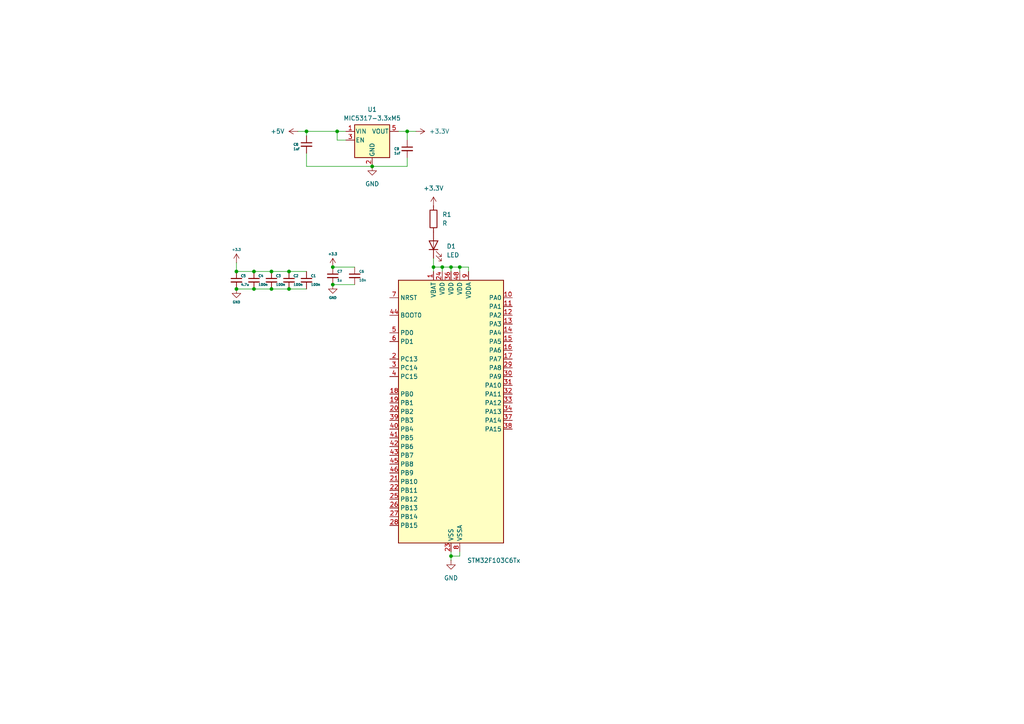
<source format=kicad_sch>
(kicad_sch (version 20250114) (generator "eeschema") (generator_version "9.0")
  (paper "A4")
  (lib_symbols
    (symbol "Device:C_Small" (pin_numbers (hide yes)) (pin_names (offset 0.254) (hide yes))
      (property "Reference" "C" (at 0.254 1.778 0))
      (property "Value" "C_Small" (at 0.254 -2.032 0))
      (symbol "C_Small_0_1"
        (polyline (pts (xy -1.524 0.508) (xy 1.524 0.508)) (stroke (width 0.3048)))
        (polyline (pts (xy -1.524 -0.508) (xy 1.524 -0.508)) (stroke (width 0.3302)))
      )
      (symbol "C_Small_1_1"
        (pin passive line (at 0 2.54 270) (length 2.032) (name "~") (number "1"))
        (pin passive line (at 0 -2.54 90) (length 2.032) (name "~") (number "2"))
      )
    )
    (symbol "Device:LED" (pin_numbers (hide yes)) (pin_names (offset 1.016) (hide yes))
      (property "Reference" "D" (at 0 2.54 0))
      (property "Value" "LED" (at 0 -2.54 0))
      (symbol "LED_0_1"
        (polyline (pts (xy -3.048 -0.762) (xy -4.572 -2.286) (xy -3.81 -2.286) (xy -4.572 -2.286) (xy -4.572 -1.524)))
        (polyline (pts (xy -1.778 -0.762) (xy -3.302 -2.286) (xy -2.54 -2.286) (xy -3.302 -2.286) (xy -3.302 -1.524)))
        (polyline (pts (xy -1.27 0) (xy 1.27 0)))
        (polyline (pts (xy -1.27 -1.27) (xy -1.27 1.27)) (stroke (width 0.254)))
        (polyline (pts (xy 1.27 -1.27) (xy 1.27 1.27) (xy -1.27 0) (xy 1.27 -1.27)) (stroke (width 0.254)))
      )
      (symbol "LED_1_1"
        (pin passive line (at -3.81 0 0) (length 2.54) (name "K") (number "1"))
        (pin passive line (at 3.81 0 180) (length 2.54) (name "A") (number "2"))
      )
    )
    (symbol "Device:R" (pin_numbers (hide yes)) (pin_names (offset 0))
      (property "Reference" "R" (at 2.032 0 90))
      (property "Value" "R" (at 0 0 90))
      (symbol "R_0_1"
        (rectangle (start -1.016 -2.54) (end 1.016 2.54) (stroke (width 0.254)))
      )
      (symbol "R_1_1"
        (pin passive line (at 0 3.81 270) (length 1.27) (name "~") (number "1"))
        (pin passive line (at 0 -3.81 90) (length 1.27) (name "~") (number "2"))
      )
    )
    (symbol "MCU_ST_STM32F1:STM32F103C6Tx"
      (property "Reference" "U" (at -15.24 39.37 0))
      (property "Value" "STM32F103C6Tx" (at 7.62 39.37 0))
      (symbol "STM32F103C6Tx_0_1"
        (rectangle (start -15.24 -38.1) (end 15.24 38.1) (stroke (width 0.254)) (fill (type background)))
      )
      (symbol "STM32F103C6Tx_1_1"
        (pin input line (at -17.78 33.02 0) (length 2.54) (name "NRST") (number "7"))
        (pin input line (at -17.78 27.94 0) (length 2.54) (name "BOOT0") (number "44"))
        (pin bidirectional line (at -17.78 22.86 0) (length 2.54) (name "PD0") (number "5"))
        (pin bidirectional line (at -17.78 20.32 0) (length 2.54) (name "PD1") (number "6"))
        (pin bidirectional line (at -17.78 15.24 0) (length 2.54) (name "PC13") (number "2"))
        (pin bidirectional line (at -17.78 12.7 0) (length 2.54) (name "PC14") (number "3"))
        (pin bidirectional line (at -17.78 10.16 0) (length 2.54) (name "PC15") (number "4"))
        (pin bidirectional line (at -17.78 5.08 0) (length 2.54) (name "PB0") (number "18"))
        (pin bidirectional line (at -17.78 2.54 0) (length 2.54) (name "PB1") (number "19"))
        (pin bidirectional line (at -17.78 0 0) (length 2.54) (name "PB2") (number "20"))
        (pin bidirectional line (at -17.78 -2.54 0) (length 2.54) (name "PB3") (number "39"))
        (pin bidirectional line (at -17.78 -5.08 0) (length 2.54) (name "PB4") (number "40"))
        (pin bidirectional line (at -17.78 -7.62 0) (length 2.54) (name "PB5") (number "41"))
        (pin bidirectional line (at -17.78 -10.16 0) (length 2.54) (name "PB6") (number "42"))
        (pin bidirectional line (at -17.78 -12.7 0) (length 2.54) (name "PB7") (number "43"))
        (pin bidirectional line (at -17.78 -15.24 0) (length 2.54) (name "PB8") (number "45"))
        (pin bidirectional line (at -17.78 -17.78 0) (length 2.54) (name "PB9") (number "46"))
        (pin bidirectional line (at -17.78 -20.32 0) (length 2.54) (name "PB10") (number "21"))
        (pin bidirectional line (at -17.78 -22.86 0) (length 2.54) (name "PB11") (number "22"))
        (pin bidirectional line (at -17.78 -25.4 0) (length 2.54) (name "PB12") (number "25"))
        (pin bidirectional line (at -17.78 -27.94 0) (length 2.54) (name "PB13") (number "26"))
        (pin bidirectional line (at -17.78 -30.48 0) (length 2.54) (name "PB14") (number "27"))
        (pin bidirectional line (at -17.78 -33.02 0) (length 2.54) (name "PB15") (number "28"))
        (pin power_in line (at -5.08 40.64 270) (length 2.54) (name "VBAT") (number "1"))
        (pin power_in line (at -2.54 40.64 270) (length 2.54) (name "VDD") (number "24"))
        (pin power_in line (at 0 40.64 270) (length 2.54) (name "VDD") (number "36"))
        (pin power_in line (at 0 -40.64 90) (length 2.54) (name "VSS") (number "23"))
        (pin passive line (at 0 -40.64 90) (length 2.54) (hide yes) (name "VSS") (number "35"))
        (pin passive line (at 0 -40.64 90) (length 2.54) (hide yes) (name "VSS") (number "47"))
        (pin power_in line (at 2.54 40.64 270) (length 2.54) (name "VDD") (number "48"))
        (pin power_in line (at 2.54 -40.64 90) (length 2.54) (name "VSSA") (number "8"))
        (pin power_in line (at 5.08 40.64 270) (length 2.54) (name "VDDA") (number "9"))
        (pin bidirectional line (at 17.78 33.02 180) (length 2.54) (name "PA0") (number "10"))
        (pin bidirectional line (at 17.78 30.48 180) (length 2.54) (name "PA1") (number "11"))
        (pin bidirectional line (at 17.78 27.94 180) (length 2.54) (name "PA2") (number "12"))
        (pin bidirectional line (at 17.78 25.4 180) (length 2.54) (name "PA3") (number "13"))
        (pin bidirectional line (at 17.78 22.86 180) (length 2.54) (name "PA4") (number "14"))
        (pin bidirectional line (at 17.78 20.32 180) (length 2.54) (name "PA5") (number "15"))
        (pin bidirectional line (at 17.78 17.78 180) (length 2.54) (name "PA6") (number "16"))
        (pin bidirectional line (at 17.78 15.24 180) (length 2.54) (name "PA7") (number "17"))
        (pin bidirectional line (at 17.78 12.7 180) (length 2.54) (name "PA8") (number "29"))
        (pin bidirectional line (at 17.78 10.16 180) (length 2.54) (name "PA9") (number "30"))
        (pin bidirectional line (at 17.78 7.62 180) (length 2.54) (name "PA10") (number "31"))
        (pin bidirectional line (at 17.78 5.08 180) (length 2.54) (name "PA11") (number "32"))
        (pin bidirectional line (at 17.78 2.54 180) (length 2.54) (name "PA12") (number "33"))
        (pin bidirectional line (at 17.78 0 180) (length 2.54) (name "PA13") (number "34"))
        (pin bidirectional line (at 17.78 -2.54 180) (length 2.54) (name "PA14") (number "37"))
        (pin bidirectional line (at 17.78 -5.08 180) (length 2.54) (name "PA15") (number "38"))
      )
    )
    (symbol "Regulator_Linear:MIC5317-3.3xM5" (pin_names (offset 0.254))
      (property "Reference" "U" (at -6.35 6.35 0))
      (property "Value" "MIC5317-3.3xM5" (at 0 6.35 0))
      (symbol "MIC5317-3.3xM5_0_1"
        (rectangle (start -5.08 4.445) (end 5.08 -5.08) (stroke (width 0.254)) (fill (type background)))
      )
      (symbol "MIC5317-3.3xM5_1_1"
        (pin power_in line (at -7.62 2.54 0) (length 2.54) (name "VIN") (number "1"))
        (pin input line (at -7.62 0 0) (length 2.54) (name "EN") (number "3"))
        (pin power_in line (at 0 -7.62 90) (length 2.54) (name "GND") (number "2"))
        (pin no_connect line (at 5.08 0 180) (length 2.54) (hide yes) (name "NC") (number "4"))
        (pin power_out line (at 7.62 2.54 180) (length 2.54) (name "VOUT") (number "5"))
      )
    )
    (symbol "power:+3.3V" (power) (pin_numbers (hide yes)) (pin_names (offset 0) (hide yes))
      (property "Value" "+3.3V" (at 0 3.556 0))
      (symbol "+3.3V_0_1"
        (polyline (pts (xy -0.762 1.27) (xy 0 2.54)))
        (polyline (pts (xy 0 2.54) (xy 0.762 1.27)))
        (polyline (pts (xy 0 0) (xy 0 2.54)))
      )
      (symbol "+3.3V_1_1"
        (pin power_in line (at 0 0 90) (length 0) (name "~") (number "1"))
      )
    )
    (symbol "power:+5V" (power) (pin_numbers (hide yes)) (pin_names (offset 0) (hide yes))
      (property "Value" "+5V" (at 0 3.556 0))
      (symbol "+5V_0_1"
        (polyline (pts (xy -0.762 1.27) (xy 0 2.54)))
        (polyline (pts (xy 0 2.54) (xy 0.762 1.27)))
        (polyline (pts (xy 0 0) (xy 0 2.54)))
      )
      (symbol "+5V_1_1"
        (pin power_in line (at 0 0 90) (length 0) (name "~") (number "1"))
      )
    )
    (symbol "power:GND" (power) (pin_numbers (hide yes)) (pin_names (offset 0) (hide yes))
      (property "Value" "GND" (at 0 -3.81 0))
      (symbol "GND_0_1"
        (polyline (pts (xy 0 0) (xy 0 -1.27) (xy 1.27 -1.27) (xy 0 -2.54) (xy -1.27 -1.27) (xy 0 -1.27)))
      )
      (symbol "GND_1_1"
        (pin power_in line (at 0 0 270) (length 0) (name "~") (number "1"))
      )
    )
  )
  (junction (at 128.27 77.47))
  (junction (at 83.82 78.74))
  (junction (at 78.74 83.82))
  (junction (at 88.9 38.1))
  (junction (at 83.82 83.82))
  (junction (at 130.81 161.29))
  (junction (at 97.79 38.1))
  (junction (at 78.74 78.74))
  (junction (at 107.95 48.26))
  (junction (at 68.58 78.74))
  (junction (at 73.66 83.82))
  (junction (at 96.52 77.47))
  (junction (at 68.58 83.82))
  (junction (at 133.35 77.47))
  (junction (at 130.81 77.47))
  (junction (at 96.52 82.55))
  (junction (at 125.73 77.47))
  (junction (at 73.66 78.74))
  (junction (at 118.11 38.1))
  (wire (pts (xy 83.82 78.74) (xy 88.9 78.74)))
  (wire (pts (xy 73.66 83.82) (xy 78.74 83.82)))
  (wire (pts (xy 107.95 48.26) (xy 118.11 48.26)))
  (wire (pts (xy 120.65 38.1) (xy 118.11 38.1)))
  (wire (pts (xy 68.58 76.2) (xy 68.58 78.74)))
  (wire (pts (xy 125.73 77.47) (xy 128.27 77.47)))
  (wire (pts (xy 78.74 83.82) (xy 83.82 83.82)))
  (wire (pts (xy 68.58 83.82) (xy 73.66 83.82)))
  (wire (pts (xy 118.11 45.72) (xy 118.11 48.26)))
  (wire (pts (xy 130.81 161.29) (xy 130.81 160.02)))
  (wire (pts (xy 88.9 44.45) (xy 88.9 48.26)))
  (wire (pts (xy 78.74 78.74) (xy 83.82 78.74)))
  (wire (pts (xy 130.81 162.56) (xy 130.81 161.29)))
  (wire (pts (xy 133.35 77.47) (xy 135.89 77.47)))
  (wire (pts (xy 97.79 38.1) (xy 100.33 38.1)))
  (wire (pts (xy 135.89 77.47) (xy 135.89 78.74)))
  (wire (pts (xy 97.79 40.64) (xy 100.33 40.64)))
  (wire (pts (xy 83.82 83.82) (xy 88.9 83.82)))
  (wire (pts (xy 133.35 161.29) (xy 133.35 160.02)))
  (wire (pts (xy 130.81 77.47) (xy 130.81 78.74)))
  (wire (pts (xy 68.58 78.74) (xy 73.66 78.74)))
  (wire (pts (xy 115.57 38.1) (xy 118.11 38.1)))
  (wire (pts (xy 86.36 38.1) (xy 88.9 38.1)))
  (wire (pts (xy 130.81 161.29) (xy 133.35 161.29)))
  (wire (pts (xy 128.27 77.47) (xy 130.81 77.47)))
  (wire (pts (xy 88.9 39.37) (xy 88.9 38.1)))
  (wire (pts (xy 118.11 38.1) (xy 118.11 40.64)))
  (wire (pts (xy 73.66 78.74) (xy 78.74 78.74)))
  (wire (pts (xy 130.81 77.47) (xy 133.35 77.47)))
  (wire (pts (xy 88.9 38.1) (xy 97.79 38.1)))
  (wire (pts (xy 125.73 77.47) (xy 125.73 78.74)))
  (wire (pts (xy 133.35 77.47) (xy 133.35 78.74)))
  (wire (pts (xy 125.73 74.93) (xy 125.73 77.47)))
  (wire (pts (xy 96.52 82.55) (xy 102.87 82.55)))
  (wire (pts (xy 107.95 48.26) (xy 88.9 48.26)))
  (wire (pts (xy 97.79 38.1) (xy 97.79 40.64)))
  (wire (pts (xy 128.27 77.47) (xy 128.27 78.74)))
  (wire (pts (xy 96.52 77.47) (xy 102.87 77.47)))
  (symbol (lib_id "Device:C_Small") (at 88.9 81.28 0) (unit 1)
    (property "Reference" "C1" (at 90.17 80.01 0) (effects (font (size 0.7 0.7)) (justify left)))
    (property "Value" "100n" (at 90.17 82.55 0) (effects (font (size 0.7 0.7)) (justify left)))
    (property "Description" "Unpolarized capacitor, small symbol" (effects (hide yes)))
  )
  (symbol (lib_id "Device:C_Small") (at 78.74 81.28 0) (unit 1)
    (property "Reference" "C3" (at 80.01 80.01 0) (effects (font (size 0.7 0.7)) (justify left)))
    (property "Value" "100n" (at 80.01 82.55 0) (effects (font (size 0.7 0.7)) (justify left)))
    (property "Description" "Unpolarized capacitor, small symbol" (effects (hide yes)))
  )
  (symbol (lib_id "MCU_ST_STM32F1:STM32F103C6Tx") (at 130.81 119.38 0) (unit 1)
    (property "Reference" "U2" (effects (hide yes)))
    (property "Value" "STM32F103C6Tx" (at 135.4933 162.56 0) (effects (justify left)))
    (property "Footprint" "Package_QFP:LQFP-48_7x7mm_P0.5mm" (effects (hide yes)))
    (property "Datasheet" "https://www.st.com/resource/en/datasheet/stm32f103c6.pdf" (effects (hide yes)))
    (property "Description" "STMicroelectronics Arm Cortex-M3 MCU, 32KB flash, 10KB RAM, 72 MHz, 2.0-3.6V, 37 GPIO, LQFP48" (effects (hide yes)))
  )
  (symbol (lib_id "Device:C_Small") (at 118.11 43.18 0) (unit 1)
    (property "Reference" "C9" (at 114.3 43.18 0) (effects (font (size 0.7 0.7)) (justify left)))
    (property "Value" "1uf" (at 114.3 44.45 0) (effects (font (size 0.7 0.7)) (justify left)))
    (property "Description" "Unpolarized capacitor, small symbol" (effects (hide yes)))
  )
  (symbol (lib_id "Device:C_Small") (at 68.58 81.28 0) (unit 1)
    (property "Reference" "C5" (at 69.85 80.01 0) (effects (font (size 0.7 0.7)) (justify left)))
    (property "Value" "4.7u" (at 69.85 82.55 0) (effects (font (size 0.7 0.7)) (justify left)))
    (property "Description" "Unpolarized capacitor, small symbol" (effects (hide yes)))
  )
  (symbol (lib_id "Device:C_Small") (at 83.82 81.28 0) (unit 1)
    (property "Reference" "C2" (at 85.09 80.01 0) (effects (font (size 0.7 0.7)) (justify left)))
    (property "Value" "100n" (at 85.09 82.55 0) (effects (font (size 0.7 0.7)) (justify left)))
    (property "Description" "Unpolarized capacitor, small symbol" (effects (hide yes)))
  )
  (symbol (lib_id "power:+3.3V") (at 96.52 77.47 0) (unit 1)
    (property "Reference" "#PWR05" (effects (hide yes)))
    (property "Value" "+3.3" (at 96.52 73.66 0) (effects (font (size 0.7 0.7))))
    (property "Description" "Power symbol creates a global label with name \"+3.3V\"" (effects (hide yes)))
  )
  (symbol (lib_id "Device:C_Small") (at 73.66 81.28 0) (unit 1)
    (property "Reference" "C4" (at 74.93 80.01 0) (effects (font (size 0.7 0.7)) (justify left)))
    (property "Value" "100n" (at 74.93 82.55 0) (effects (font (size 0.7 0.7)) (justify left)))
    (property "Description" "Unpolarized capacitor, small symbol" (effects (hide yes)))
  )
  (symbol (lib_id "power:+3.3V") (at 125.73 59.69 0) (unit 1)
    (property "Reference" "#PWR01" (effects (hide yes)))
    (property "Value" "+3.3V" (at 125.73 54.61 0))
    (property "Description" "Power symbol creates a global label with name \"+3.3V\"" (effects (hide yes)))
  )
  (symbol (lib_id "Device:R") (at 125.73 63.5 0) (unit 1)
    (property "Reference" "R1" (at 128.27 62.2299 0) (effects (justify left)))
    (property "Value" "R" (at 128.27 64.7699 0) (effects (justify left)))
    (property "Description" "Resistor" (effects (hide yes)))
  )
  (symbol (lib_id "Regulator_Linear:MIC5317-3.3xM5") (at 107.95 40.64 0) (unit 1)
    (property "Reference" "U1" (at 107.95 31.75 0))
    (property "Value" "MIC5317-3.3xM5" (at 107.95 34.29 0))
    (property "Footprint" "Package_TO_SOT_SMD:SOT-23-5" (effects (hide yes)))
    (property "Datasheet" "https://ww1.microchip.com/downloads/aemDocuments/documents/OTH/ProductDocuments/DataSheets/MIC5317-High-Performance-Single-150mA-LDO-DS20006195B.pdf" (effects (hide yes)))
    (property "Description" "150mA Low-dropout Voltage Regulator, Vout 3.3V, Vin up to 6V, SOT23-5" (effects (hide yes)))
  )
  (symbol (lib_id "power:GND") (at 107.95 48.26 0) (unit 1)
    (property "Reference" "#PWR08" (effects (hide yes)))
    (property "Value" "GND" (at 107.95 53.34 0))
    (property "Description" "Power symbol creates a global label with name \"GND\" , ground" (effects (hide yes)))
  )
  (symbol (lib_id "power:GND") (at 68.58 83.82 0) (unit 1)
    (property "Reference" "#PWR03" (effects (hide yes)))
    (property "Value" "GND" (at 68.58 87.63 0) (effects (font (size 0.7 0.7))))
    (property "Description" "Power symbol creates a global label with name \"GND\" , ground" (effects (hide yes)))
  )
  (symbol (lib_id "power:+3.3V") (at 68.58 76.2 0) (unit 1)
    (property "Reference" "#PWR02" (effects (hide yes)))
    (property "Value" "+3.3" (at 68.58 72.39 0) (effects (font (size 0.7 0.7))))
    (property "Description" "Power symbol creates a global label with name \"+3.3V\"" (effects (hide yes)))
  )
  (symbol (lib_id "Device:LED") (at 125.73 71.12 90) (unit 1)
    (property "Reference" "D1" (at 129.54 71.4374 90) (effects (justify right)))
    (property "Value" "LED" (at 129.54 73.9774 90) (effects (justify right)))
    (property "Description" "Light emitting diode" (effects (hide yes)))
    (property "Sim.Pins" "1=K 2=A" (effects (hide yes)))
  )
  (symbol (lib_id "Device:C_Small") (at 88.9 41.91 0) (unit 1)
    (property "Reference" "C8" (at 85.09 41.91 0) (effects (font (size 0.7 0.7)) (justify left)))
    (property "Value" "1uf" (at 85.09 43.18 0) (effects (font (size 0.7 0.7)) (justify left)))
    (property "Description" "Unpolarized capacitor, small symbol" (effects (hide yes)))
  )
  (symbol (lib_id "Device:C_Small") (at 102.87 80.01 0) (unit 1)
    (property "Reference" "C6" (at 104.14 78.74 0) (effects (font (size 0.7 0.7)) (justify left)))
    (property "Value" "10n" (at 104.14 81.28 0) (effects (font (size 0.7 0.7)) (justify left)))
    (property "Description" "Unpolarized capacitor, small symbol" (effects (hide yes)))
  )
  (symbol (lib_id "Device:C_Small") (at 96.52 80.01 0) (unit 1)
    (property "Reference" "C7" (at 97.79 78.74 0) (effects (font (size 0.7 0.7)) (justify left)))
    (property "Value" "1u" (at 97.79 81.28 0) (effects (font (size 0.7 0.7)) (justify left)))
    (property "Description" "Unpolarized capacitor, small symbol" (effects (hide yes)))
  )
  (symbol (lib_id "power:+5V") (at 86.36 38.1 90) (unit 1)
    (property "Reference" "#PWR07" (effects (hide yes)))
    (property "Value" "+5V" (at 82.55 38.0999 90) (effects (justify left)))
    (property "Description" "Power symbol creates a global label with name \"+5V\"" (effects (hide yes)))
  )
  (symbol (lib_id "power:GND") (at 130.81 162.56 0) (unit 1)
    (property "Reference" "#PWR04" (effects (hide yes)))
    (property "Value" "GND" (at 130.81 167.64 0))
    (property "Description" "Power symbol creates a global label with name \"GND\" , ground" (effects (hide yes)))
  )
  (symbol (lib_id "power:GND") (at 96.52 82.55 0) (unit 1)
    (property "Reference" "#PWR06" (effects (hide yes)))
    (property "Value" "GND" (at 96.52 86.36 0) (effects (font (size 0.7 0.7))))
    (property "Description" "Power symbol creates a global label with name \"GND\" , ground" (effects (hide yes)))
  )
  (symbol (lib_id "power:+3.3V") (at 120.65 38.1 270) (unit 1)
    (property "Reference" "#PWR09" (effects (hide yes)))
    (property "Value" "+3.3V" (at 124.46 38.0999 90) (effects (justify left)))
    (property "Description" "Power symbol creates a global label with name \"+3.3V\"" (effects (hide yes)))
  )
)
</source>
